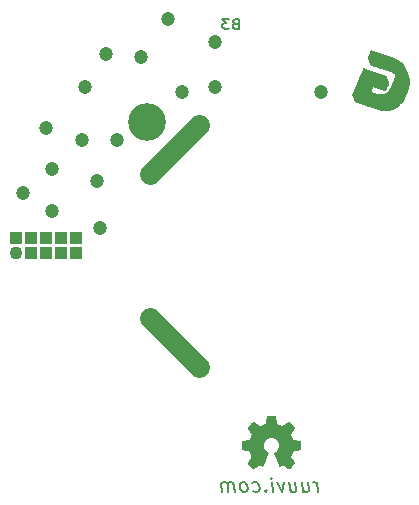
<source format=gbs>
G04 #@! TF.FileFunction,Soldermask,Bot*
%FSLAX46Y46*%
G04 Gerber Fmt 4.6, Leading zero omitted, Abs format (unit mm)*
G04 Created by KiCad (PCBNEW (2016-05-05 BZR 6775)-product) date 2016 June 06, Monday 00:12:01*
%MOMM*%
%LPD*%
G01*
G04 APERTURE LIST*
%ADD10C,0.020000*%
%ADD11C,0.150000*%
%ADD12C,0.200000*%
%ADD13C,0.010000*%
%ADD14C,3.200000*%
%ADD15C,1.200000*%
%ADD16C,1.100000*%
%ADD17R,1.000000X1.000000*%
%ADD18C,1.800000*%
G04 APERTURE END LIST*
D10*
D11*
X74224285Y-43942857D02*
X74095714Y-43980952D01*
X74052857Y-44019047D01*
X74010000Y-44095238D01*
X74010000Y-44209523D01*
X74052857Y-44285714D01*
X74095714Y-44323809D01*
X74181428Y-44361904D01*
X74524285Y-44361904D01*
X74524285Y-43561904D01*
X74224285Y-43561904D01*
X74138571Y-43600000D01*
X74095714Y-43638095D01*
X74052857Y-43714285D01*
X74052857Y-43790476D01*
X74095714Y-43866666D01*
X74138571Y-43904761D01*
X74224285Y-43942857D01*
X74524285Y-43942857D01*
X73710000Y-43561904D02*
X73152857Y-43561904D01*
X73452857Y-43866666D01*
X73324285Y-43866666D01*
X73238571Y-43904761D01*
X73195714Y-43942857D01*
X73152857Y-44019047D01*
X73152857Y-44209523D01*
X73195714Y-44285714D01*
X73238571Y-44323809D01*
X73324285Y-44361904D01*
X73581428Y-44361904D01*
X73667142Y-44323809D01*
X73710000Y-44285714D01*
D12*
X81255000Y-83562857D02*
X81155000Y-82762857D01*
X81183571Y-82991428D02*
X81112142Y-82877142D01*
X81047857Y-82820000D01*
X80926428Y-82762857D01*
X80812142Y-82762857D01*
X79897857Y-82762857D02*
X79997857Y-83562857D01*
X80412142Y-82762857D02*
X80490714Y-83391428D01*
X80447857Y-83505714D01*
X80340714Y-83562857D01*
X80169285Y-83562857D01*
X80047857Y-83505714D01*
X79983571Y-83448571D01*
X78812142Y-82762857D02*
X78912142Y-83562857D01*
X79326428Y-82762857D02*
X79405000Y-83391428D01*
X79362142Y-83505714D01*
X79255000Y-83562857D01*
X79083571Y-83562857D01*
X78962142Y-83505714D01*
X78897857Y-83448571D01*
X78355000Y-82762857D02*
X78169285Y-83562857D01*
X77783571Y-82762857D01*
X77426428Y-83562857D02*
X77326428Y-82762857D01*
X77276428Y-82362857D02*
X77340714Y-82420000D01*
X77290714Y-82477142D01*
X77226428Y-82420000D01*
X77276428Y-82362857D01*
X77290714Y-82477142D01*
X76840714Y-83448571D02*
X76790714Y-83505714D01*
X76855000Y-83562857D01*
X76905000Y-83505714D01*
X76840714Y-83448571D01*
X76855000Y-83562857D01*
X75762142Y-83505714D02*
X75883571Y-83562857D01*
X76112142Y-83562857D01*
X76219285Y-83505714D01*
X76269285Y-83448571D01*
X76312142Y-83334285D01*
X76269285Y-82991428D01*
X76197857Y-82877142D01*
X76133571Y-82820000D01*
X76012142Y-82762857D01*
X75783571Y-82762857D01*
X75676428Y-82820000D01*
X75083571Y-83562857D02*
X75190714Y-83505714D01*
X75240714Y-83448571D01*
X75283571Y-83334285D01*
X75240714Y-82991428D01*
X75169285Y-82877142D01*
X75105000Y-82820000D01*
X74983571Y-82762857D01*
X74812142Y-82762857D01*
X74705000Y-82820000D01*
X74655000Y-82877142D01*
X74612142Y-82991428D01*
X74655000Y-83334285D01*
X74726428Y-83448571D01*
X74790714Y-83505714D01*
X74912142Y-83562857D01*
X75083571Y-83562857D01*
X74169285Y-83562857D02*
X74069285Y-82762857D01*
X74083571Y-82877142D02*
X74019285Y-82820000D01*
X73897857Y-82762857D01*
X73726428Y-82762857D01*
X73619285Y-82820000D01*
X73576428Y-82934285D01*
X73655000Y-83562857D01*
X73576428Y-82934285D02*
X73505000Y-82820000D01*
X73383571Y-82762857D01*
X73212142Y-82762857D01*
X73105000Y-82820000D01*
X73062142Y-82934285D01*
X73140714Y-83562857D01*
D13*
G36*
X77183027Y-77158510D02*
X77121871Y-77158693D01*
X77068569Y-77158997D01*
X77023255Y-77159420D01*
X76986067Y-77159958D01*
X76957138Y-77160612D01*
X76936606Y-77161378D01*
X76924606Y-77162256D01*
X76921412Y-77162902D01*
X76914870Y-77169889D01*
X76909471Y-77181364D01*
X76908784Y-77183704D01*
X76907284Y-77190646D01*
X76904331Y-77205472D01*
X76900061Y-77227451D01*
X76894615Y-77255853D01*
X76888129Y-77289948D01*
X76880744Y-77329007D01*
X76872597Y-77372299D01*
X76863826Y-77419096D01*
X76854571Y-77468667D01*
X76847106Y-77508782D01*
X76836086Y-77568010D01*
X76826517Y-77619231D01*
X76818267Y-77663052D01*
X76811208Y-77700079D01*
X76805208Y-77730921D01*
X76800137Y-77756184D01*
X76795866Y-77776476D01*
X76792265Y-77792403D01*
X76789202Y-77804574D01*
X76786547Y-77813595D01*
X76784172Y-77820074D01*
X76781945Y-77824618D01*
X76779736Y-77827834D01*
X76778384Y-77829359D01*
X76769129Y-77836247D01*
X76753452Y-77844948D01*
X76733228Y-77854482D01*
X76718387Y-77860719D01*
X76703612Y-77866681D01*
X76681904Y-77875489D01*
X76654436Y-77886665D01*
X76622381Y-77899731D01*
X76586908Y-77914210D01*
X76549192Y-77929625D01*
X76510402Y-77945496D01*
X76496758Y-77951083D01*
X76454189Y-77968478D01*
X76418939Y-77982768D01*
X76390244Y-77994227D01*
X76367342Y-78003129D01*
X76349471Y-78009746D01*
X76335867Y-78014352D01*
X76325769Y-78017221D01*
X76318413Y-78018625D01*
X76313037Y-78018839D01*
X76309374Y-78018269D01*
X76303480Y-78015236D01*
X76290983Y-78007623D01*
X76272485Y-77995827D01*
X76248588Y-77980250D01*
X76219894Y-77961291D01*
X76187004Y-77939348D01*
X76150520Y-77914823D01*
X76111045Y-77888114D01*
X76069180Y-77859621D01*
X76028476Y-77831767D01*
X75974199Y-77794594D01*
X75926735Y-77762231D01*
X75885735Y-77734451D01*
X75850849Y-77711023D01*
X75821728Y-77691718D01*
X75798021Y-77676308D01*
X75779379Y-77664563D01*
X75765452Y-77656253D01*
X75755890Y-77651150D01*
X75750344Y-77649024D01*
X75749510Y-77648931D01*
X75746403Y-77649649D01*
X75741912Y-77652068D01*
X75735623Y-77656581D01*
X75727119Y-77663582D01*
X75715984Y-77673468D01*
X75701802Y-77686631D01*
X75684158Y-77703467D01*
X75662636Y-77724369D01*
X75636818Y-77749734D01*
X75606291Y-77779954D01*
X75570636Y-77815425D01*
X75529440Y-77856541D01*
X75507608Y-77878364D01*
X75464263Y-77921731D01*
X75426722Y-77959358D01*
X75394575Y-77991678D01*
X75367416Y-78019125D01*
X75344836Y-78042133D01*
X75326426Y-78061138D01*
X75311780Y-78076572D01*
X75300488Y-78088870D01*
X75292142Y-78098466D01*
X75286335Y-78105795D01*
X75282659Y-78111290D01*
X75280704Y-78115386D01*
X75280064Y-78118517D01*
X75280172Y-78120321D01*
X75282975Y-78126113D01*
X75290388Y-78138492D01*
X75302012Y-78156857D01*
X75317451Y-78180608D01*
X75336308Y-78209145D01*
X75358185Y-78241867D01*
X75382686Y-78278174D01*
X75409412Y-78317465D01*
X75437968Y-78359141D01*
X75443390Y-78367022D01*
X75479606Y-78419620D01*
X75511182Y-78465486D01*
X75538436Y-78505106D01*
X75561684Y-78538971D01*
X75581245Y-78567568D01*
X75597434Y-78591386D01*
X75610570Y-78610912D01*
X75620968Y-78626636D01*
X75628947Y-78639046D01*
X75634823Y-78648630D01*
X75638914Y-78655877D01*
X75641537Y-78661274D01*
X75643008Y-78665311D01*
X75643645Y-78668475D01*
X75643765Y-78671255D01*
X75643685Y-78674139D01*
X75643669Y-78675456D01*
X75641939Y-78682860D01*
X75637009Y-78697343D01*
X75629268Y-78717993D01*
X75619107Y-78743899D01*
X75606915Y-78774150D01*
X75593081Y-78807836D01*
X75577995Y-78844044D01*
X75562047Y-78881865D01*
X75545625Y-78920387D01*
X75529121Y-78958699D01*
X75512924Y-78995891D01*
X75497422Y-79031050D01*
X75483006Y-79063267D01*
X75470065Y-79091630D01*
X75458990Y-79115228D01*
X75450169Y-79133150D01*
X75443992Y-79144485D01*
X75441653Y-79147813D01*
X75437810Y-79151334D01*
X75432870Y-79154538D01*
X75425989Y-79157629D01*
X75416328Y-79160808D01*
X75403044Y-79164278D01*
X75385296Y-79168242D01*
X75362242Y-79172902D01*
X75333041Y-79178460D01*
X75296850Y-79185118D01*
X75255224Y-79192649D01*
X75240130Y-79195389D01*
X75218350Y-79199374D01*
X75191809Y-79204248D01*
X75162432Y-79209660D01*
X75132145Y-79215254D01*
X75126034Y-79216385D01*
X75092634Y-79222562D01*
X75053564Y-79229778D01*
X75011769Y-79237492D01*
X74970193Y-79245158D01*
X74931782Y-79252235D01*
X74922972Y-79253857D01*
X74886408Y-79260676D01*
X74857522Y-79266313D01*
X74835350Y-79271023D01*
X74818930Y-79275061D01*
X74807300Y-79278682D01*
X74799497Y-79282143D01*
X74794559Y-79285697D01*
X74792179Y-79288543D01*
X74791642Y-79293620D01*
X74791151Y-79306616D01*
X74790707Y-79326692D01*
X74790310Y-79353006D01*
X74789962Y-79384721D01*
X74789663Y-79420996D01*
X74789414Y-79460991D01*
X74789216Y-79503867D01*
X74789070Y-79548785D01*
X74788976Y-79594904D01*
X74788935Y-79641385D01*
X74788949Y-79687388D01*
X74789018Y-79732074D01*
X74789143Y-79774603D01*
X74789324Y-79814135D01*
X74789563Y-79849830D01*
X74789860Y-79880850D01*
X74790217Y-79906354D01*
X74790633Y-79925503D01*
X74791110Y-79937457D01*
X74791532Y-79941263D01*
X74797562Y-79949294D01*
X74801855Y-79952389D01*
X74807350Y-79953858D01*
X74820740Y-79956771D01*
X74841307Y-79960987D01*
X74868330Y-79966368D01*
X74901090Y-79972773D01*
X74938870Y-79980063D01*
X74980949Y-79988096D01*
X75026608Y-79996734D01*
X75075128Y-80005836D01*
X75105890Y-80011568D01*
X75155870Y-80020886D01*
X75203479Y-80029815D01*
X75247992Y-80038214D01*
X75288684Y-80045945D01*
X75324828Y-80052869D01*
X75355699Y-80058845D01*
X75380573Y-80063735D01*
X75398722Y-80067399D01*
X75409422Y-80069698D01*
X75411972Y-80070367D01*
X75422784Y-80076725D01*
X75428907Y-80082230D01*
X75431811Y-80087686D01*
X75437635Y-80100546D01*
X75446073Y-80120073D01*
X75456817Y-80145529D01*
X75469561Y-80176176D01*
X75483997Y-80211277D01*
X75499818Y-80250093D01*
X75516719Y-80291887D01*
X75533297Y-80333184D01*
X75554829Y-80387165D01*
X75573190Y-80433541D01*
X75588558Y-80472798D01*
X75601115Y-80505424D01*
X75611041Y-80531904D01*
X75618517Y-80552726D01*
X75623724Y-80568375D01*
X75626842Y-80579338D01*
X75628052Y-80586101D01*
X75627979Y-80588164D01*
X75624929Y-80594518D01*
X75617095Y-80607631D01*
X75604743Y-80627104D01*
X75588140Y-80652542D01*
X75567551Y-80683546D01*
X75543244Y-80719720D01*
X75515485Y-80760666D01*
X75484540Y-80805988D01*
X75450676Y-80855287D01*
X75414159Y-80908167D01*
X75387543Y-80946552D01*
X75361132Y-80984643D01*
X75339343Y-81016255D01*
X75321755Y-81042071D01*
X75307950Y-81062773D01*
X75297505Y-81079044D01*
X75290001Y-81091565D01*
X75285016Y-81101020D01*
X75282132Y-81108091D01*
X75280926Y-81113461D01*
X75280980Y-81117811D01*
X75281205Y-81119154D01*
X75283164Y-81123233D01*
X75288127Y-81130008D01*
X75296432Y-81139829D01*
X75308415Y-81153046D01*
X75324414Y-81170008D01*
X75344765Y-81191065D01*
X75369806Y-81216567D01*
X75399874Y-81246863D01*
X75435305Y-81282303D01*
X75476438Y-81323238D01*
X75510403Y-81356934D01*
X75547518Y-81393649D01*
X75582943Y-81428564D01*
X75616170Y-81461185D01*
X75646690Y-81491020D01*
X75673997Y-81517576D01*
X75697582Y-81540361D01*
X75716937Y-81558883D01*
X75731554Y-81572648D01*
X75740927Y-81581164D01*
X75744446Y-81583930D01*
X75753924Y-81583921D01*
X75761963Y-81581161D01*
X75767293Y-81577800D01*
X75779191Y-81569930D01*
X75797001Y-81557995D01*
X75820067Y-81542440D01*
X75847734Y-81523708D01*
X75879345Y-81502243D01*
X75914244Y-81478490D01*
X75951776Y-81452893D01*
X75991286Y-81425895D01*
X75993138Y-81424629D01*
X76033142Y-81397265D01*
X76071516Y-81371019D01*
X76107559Y-81346369D01*
X76140569Y-81323795D01*
X76169847Y-81303776D01*
X76194692Y-81286790D01*
X76214403Y-81273316D01*
X76228280Y-81263835D01*
X76235586Y-81258848D01*
X76245365Y-81252454D01*
X76254196Y-81247867D01*
X76263066Y-81245354D01*
X76272962Y-81245185D01*
X76284873Y-81247626D01*
X76299785Y-81252947D01*
X76318686Y-81261414D01*
X76342563Y-81273297D01*
X76372405Y-81288863D01*
X76399968Y-81303475D01*
X76428939Y-81318696D01*
X76455780Y-81332465D01*
X76479416Y-81344256D01*
X76498772Y-81353545D01*
X76512775Y-81359807D01*
X76520350Y-81362516D01*
X76520957Y-81362586D01*
X76527992Y-81361656D01*
X76533633Y-81357811D01*
X76539145Y-81349469D01*
X76545790Y-81335047D01*
X76548913Y-81327552D01*
X76553044Y-81317534D01*
X76560352Y-81299854D01*
X76570659Y-81274943D01*
X76583789Y-81243229D01*
X76599562Y-81205140D01*
X76617802Y-81161107D01*
X76638330Y-81111559D01*
X76660969Y-81056924D01*
X76685541Y-80997631D01*
X76711868Y-80934111D01*
X76739772Y-80866792D01*
X76769075Y-80796102D01*
X76799600Y-80722472D01*
X76801112Y-80718827D01*
X76829558Y-80650199D01*
X76854824Y-80589199D01*
X76877094Y-80535370D01*
X76896552Y-80488254D01*
X76913381Y-80447393D01*
X76927766Y-80412329D01*
X76939891Y-80382604D01*
X76949940Y-80357759D01*
X76958096Y-80337338D01*
X76964545Y-80320882D01*
X76969469Y-80307933D01*
X76973052Y-80298034D01*
X76975479Y-80290725D01*
X76976934Y-80285550D01*
X76977601Y-80282050D01*
X76977664Y-80279767D01*
X76977627Y-80279467D01*
X76975879Y-80274518D01*
X76971373Y-80268773D01*
X76963121Y-80261411D01*
X76950134Y-80251613D01*
X76931421Y-80238560D01*
X76914095Y-80226852D01*
X76853300Y-80183788D01*
X76800252Y-80141113D01*
X76754040Y-80097900D01*
X76713753Y-80053221D01*
X76678479Y-80006149D01*
X76647308Y-79955755D01*
X76646681Y-79954638D01*
X76613120Y-79885872D01*
X76587677Y-79814440D01*
X76570376Y-79741022D01*
X76561242Y-79666297D01*
X76560298Y-79590946D01*
X76567568Y-79515649D01*
X76583077Y-79441085D01*
X76606849Y-79367934D01*
X76624488Y-79326300D01*
X76639201Y-79297710D01*
X76658280Y-79265439D01*
X76679993Y-79232090D01*
X76702608Y-79200269D01*
X76724392Y-79172579D01*
X76734248Y-79161298D01*
X76791501Y-79104871D01*
X76853140Y-79055987D01*
X76919028Y-79014729D01*
X76989025Y-78981176D01*
X77062993Y-78955411D01*
X77105740Y-78944494D01*
X77121975Y-78941058D01*
X77136918Y-78938479D01*
X77152253Y-78936637D01*
X77169664Y-78935414D01*
X77190833Y-78934689D01*
X77217446Y-78934344D01*
X77250000Y-78934258D01*
X77283515Y-78934351D01*
X77309954Y-78934709D01*
X77330998Y-78935450D01*
X77348327Y-78936693D01*
X77363623Y-78938558D01*
X77378567Y-78941163D01*
X77393994Y-78944437D01*
X77469608Y-78965700D01*
X77541159Y-78994494D01*
X77608235Y-79030389D01*
X77670424Y-79072953D01*
X77727312Y-79121757D01*
X77778489Y-79176369D01*
X77823540Y-79236360D01*
X77862054Y-79301298D01*
X77893619Y-79370754D01*
X77917822Y-79444295D01*
X77931602Y-79505758D01*
X77935479Y-79534863D01*
X77937999Y-79569715D01*
X77939162Y-79607796D01*
X77938968Y-79646588D01*
X77937418Y-79683576D01*
X77934512Y-79716240D01*
X77931579Y-79735672D01*
X77919346Y-79788785D01*
X77902955Y-79842456D01*
X77883343Y-79894122D01*
X77861444Y-79941223D01*
X77847056Y-79967128D01*
X77813691Y-80017819D01*
X77776052Y-80065264D01*
X77733196Y-80110403D01*
X77684178Y-80154174D01*
X77628054Y-80197517D01*
X77585904Y-80226852D01*
X77562520Y-80242717D01*
X77545565Y-80254745D01*
X77534048Y-80263754D01*
X77526982Y-80270564D01*
X77523375Y-80275995D01*
X77522372Y-80279467D01*
X77522350Y-80281588D01*
X77522901Y-80284849D01*
X77524209Y-80289707D01*
X77526458Y-80296621D01*
X77529832Y-80306048D01*
X77534515Y-80318446D01*
X77540691Y-80334274D01*
X77548544Y-80353989D01*
X77558258Y-80378049D01*
X77570018Y-80406912D01*
X77584006Y-80441036D01*
X77600407Y-80480880D01*
X77619405Y-80526900D01*
X77641183Y-80579556D01*
X77665927Y-80639304D01*
X77693820Y-80706604D01*
X77698888Y-80718827D01*
X77729468Y-80792589D01*
X77758835Y-80863431D01*
X77786811Y-80930924D01*
X77813218Y-80994639D01*
X77837879Y-81054147D01*
X77860616Y-81109018D01*
X77881251Y-81158824D01*
X77899606Y-81203135D01*
X77915504Y-81241522D01*
X77928766Y-81273556D01*
X77939215Y-81298808D01*
X77946673Y-81316848D01*
X77950962Y-81327248D01*
X77951086Y-81327552D01*
X77958503Y-81344732D01*
X77964301Y-81355224D01*
X77969743Y-81360610D01*
X77976093Y-81362473D01*
X77979042Y-81362586D01*
X77985318Y-81360587D01*
X77998220Y-81354939D01*
X78016673Y-81346167D01*
X78039602Y-81334796D01*
X78065935Y-81321351D01*
X78094595Y-81306358D01*
X78100031Y-81303475D01*
X78135396Y-81284838D01*
X78163903Y-81270195D01*
X78186305Y-81259195D01*
X78203350Y-81251490D01*
X78215789Y-81246732D01*
X78224372Y-81244572D01*
X78227171Y-81244354D01*
X78238944Y-81246163D01*
X78252879Y-81252190D01*
X78270950Y-81263311D01*
X78273154Y-81264801D01*
X78282452Y-81271144D01*
X78298192Y-81281901D01*
X78319592Y-81296536D01*
X78345868Y-81314515D01*
X78376237Y-81335300D01*
X78409917Y-81358356D01*
X78446123Y-81383147D01*
X78484074Y-81409138D01*
X78504672Y-81423247D01*
X78552593Y-81456060D01*
X78593802Y-81484245D01*
X78628801Y-81508139D01*
X78658095Y-81528079D01*
X78682186Y-81544400D01*
X78701579Y-81557441D01*
X78716775Y-81567537D01*
X78728280Y-81575024D01*
X78736596Y-81580241D01*
X78742226Y-81583522D01*
X78745674Y-81585206D01*
X78747443Y-81585628D01*
X78747486Y-81585623D01*
X78753173Y-81583915D01*
X78757351Y-81582339D01*
X78762012Y-81578660D01*
X78772236Y-81569370D01*
X78787415Y-81555072D01*
X78806939Y-81536367D01*
X78830201Y-81513860D01*
X78856592Y-81488154D01*
X78885504Y-81459852D01*
X78916327Y-81429557D01*
X78948455Y-81397872D01*
X78981278Y-81365401D01*
X79014187Y-81332746D01*
X79046575Y-81300511D01*
X79077833Y-81269299D01*
X79107352Y-81239714D01*
X79134524Y-81212357D01*
X79158741Y-81187833D01*
X79179394Y-81166745D01*
X79195875Y-81149696D01*
X79207574Y-81137289D01*
X79213885Y-81130127D01*
X79214738Y-81128916D01*
X79218779Y-81117167D01*
X79219041Y-81106993D01*
X79215947Y-81100809D01*
X79208559Y-81088599D01*
X79197616Y-81071506D01*
X79183856Y-81050672D01*
X79168019Y-81027240D01*
X79158469Y-81013337D01*
X79137438Y-80982871D01*
X79113922Y-80948760D01*
X79089785Y-80913709D01*
X79066889Y-80880422D01*
X79047095Y-80851603D01*
X79046907Y-80851329D01*
X79027332Y-80822804D01*
X79004615Y-80789711D01*
X78980577Y-80754701D01*
X78957036Y-80720424D01*
X78935813Y-80689530D01*
X78934657Y-80687848D01*
X78917822Y-80662971D01*
X78902610Y-80639783D01*
X78889769Y-80619476D01*
X78880042Y-80603246D01*
X78874175Y-80592285D01*
X78872829Y-80588792D01*
X78872687Y-80584716D01*
X78873760Y-80578258D01*
X78876264Y-80568825D01*
X78880416Y-80555829D01*
X78886433Y-80538679D01*
X78894532Y-80516784D01*
X78904930Y-80489555D01*
X78917844Y-80456401D01*
X78933491Y-80416731D01*
X78952087Y-80369957D01*
X78966874Y-80332926D01*
X78984427Y-80289127D01*
X79001114Y-80247681D01*
X79016638Y-80209315D01*
X79030700Y-80174757D01*
X79043002Y-80144737D01*
X79053245Y-80119981D01*
X79061131Y-80101219D01*
X79066362Y-80089179D01*
X79068596Y-80084634D01*
X79074918Y-80078832D01*
X79084379Y-80073658D01*
X79098141Y-80068752D01*
X79117363Y-80063754D01*
X79143206Y-80058301D01*
X79168835Y-80053479D01*
X79222176Y-80043736D01*
X79275962Y-80033839D01*
X79329483Y-80023922D01*
X79382033Y-80014121D01*
X79432903Y-80004571D01*
X79481385Y-79995407D01*
X79526772Y-79986765D01*
X79568354Y-79978780D01*
X79605424Y-79971587D01*
X79637274Y-79965321D01*
X79663196Y-79960117D01*
X79682483Y-79956111D01*
X79694425Y-79953439D01*
X79698209Y-79952354D01*
X79706035Y-79945414D01*
X79708467Y-79941263D01*
X79708993Y-79935602D01*
X79709458Y-79922080D01*
X79709862Y-79901539D01*
X79710206Y-79874817D01*
X79710491Y-79842754D01*
X79710718Y-79806190D01*
X79710887Y-79765964D01*
X79711000Y-79722917D01*
X79711057Y-79677888D01*
X79711060Y-79631716D01*
X79711008Y-79585241D01*
X79710903Y-79539303D01*
X79710746Y-79494741D01*
X79710537Y-79452396D01*
X79710278Y-79413106D01*
X79709969Y-79377712D01*
X79709610Y-79347053D01*
X79709204Y-79321968D01*
X79708750Y-79303298D01*
X79708249Y-79291882D01*
X79707820Y-79288543D01*
X79704385Y-79284755D01*
X79698798Y-79281249D01*
X79690098Y-79277772D01*
X79677321Y-79274067D01*
X79659506Y-79269880D01*
X79635690Y-79264955D01*
X79604911Y-79259036D01*
X79577027Y-79253857D01*
X79539874Y-79247014D01*
X79498817Y-79239445D01*
X79456800Y-79231692D01*
X79416768Y-79224299D01*
X79381666Y-79217810D01*
X79373965Y-79216385D01*
X79343728Y-79210797D01*
X79314009Y-79205319D01*
X79286734Y-79200306D01*
X79263828Y-79196112D01*
X79247215Y-79193089D01*
X79244775Y-79192649D01*
X79201165Y-79184757D01*
X79165342Y-79178158D01*
X79136467Y-79172649D01*
X79113697Y-79168029D01*
X79096190Y-79164094D01*
X79083105Y-79160642D01*
X79073600Y-79157472D01*
X79066834Y-79154380D01*
X79061965Y-79151163D01*
X79058333Y-79147813D01*
X79053972Y-79141020D01*
X79046734Y-79127095D01*
X79037007Y-79106943D01*
X79025178Y-79081471D01*
X79011635Y-79051587D01*
X78996767Y-79018196D01*
X78980961Y-78982206D01*
X78964605Y-78944523D01*
X78948088Y-78906054D01*
X78931797Y-78867706D01*
X78916120Y-78830385D01*
X78901444Y-78794999D01*
X78888159Y-78762453D01*
X78876651Y-78733655D01*
X78867310Y-78709511D01*
X78860522Y-78690928D01*
X78856675Y-78678813D01*
X78855937Y-78674743D01*
X78855980Y-78671752D01*
X78856133Y-78668974D01*
X78856717Y-78665921D01*
X78858049Y-78662103D01*
X78860447Y-78657033D01*
X78864228Y-78650223D01*
X78869713Y-78641183D01*
X78877217Y-78629425D01*
X78887060Y-78614462D01*
X78899560Y-78595803D01*
X78915034Y-78572962D01*
X78933802Y-78545450D01*
X78956180Y-78512777D01*
X78982487Y-78474457D01*
X79013042Y-78429999D01*
X79048162Y-78378917D01*
X79056659Y-78366557D01*
X79084513Y-78325901D01*
X79110909Y-78287107D01*
X79135420Y-78250817D01*
X79157620Y-78217676D01*
X79177082Y-78188327D01*
X79193382Y-78163413D01*
X79206092Y-78143579D01*
X79214788Y-78129467D01*
X79219042Y-78121722D01*
X79219385Y-78120755D01*
X79219610Y-78118079D01*
X79218979Y-78114934D01*
X79217081Y-78110883D01*
X79213507Y-78105489D01*
X79207849Y-78098316D01*
X79199696Y-78088925D01*
X79188639Y-78076880D01*
X79174269Y-78061743D01*
X79156177Y-78043078D01*
X79133953Y-78020447D01*
X79107188Y-77993414D01*
X79075473Y-77961541D01*
X79038398Y-77924391D01*
X78995553Y-77881526D01*
X78992454Y-77878427D01*
X78948751Y-77834756D01*
X78910786Y-77796903D01*
X78878131Y-77764464D01*
X78850361Y-77737037D01*
X78827048Y-77714216D01*
X78807765Y-77695599D01*
X78792086Y-77680782D01*
X78779584Y-77669361D01*
X78769831Y-77660934D01*
X78762401Y-77655095D01*
X78756867Y-77651442D01*
X78752802Y-77649572D01*
X78749867Y-77649078D01*
X78745497Y-77650308D01*
X78737727Y-77654108D01*
X78726165Y-77660731D01*
X78710425Y-77670433D01*
X78690115Y-77683469D01*
X78664847Y-77700094D01*
X78634232Y-77720565D01*
X78597881Y-77745135D01*
X78555405Y-77774060D01*
X78506413Y-77807595D01*
X78469638Y-77832848D01*
X78426083Y-77862701D01*
X78384382Y-77891117D01*
X78345132Y-77917700D01*
X78308930Y-77942054D01*
X78276373Y-77963781D01*
X78248058Y-77982485D01*
X78224582Y-77997770D01*
X78206541Y-78009238D01*
X78194534Y-78016494D01*
X78189251Y-78019125D01*
X78184434Y-78019197D01*
X78176848Y-78017779D01*
X78165807Y-78014619D01*
X78150624Y-78009465D01*
X78130612Y-78002067D01*
X78105083Y-77992173D01*
X78073350Y-77979530D01*
X78034727Y-77963888D01*
X78003130Y-77950981D01*
X77964253Y-77935069D01*
X77926036Y-77919448D01*
X77889652Y-77904595D01*
X77856275Y-77890987D01*
X77827075Y-77879103D01*
X77803225Y-77869420D01*
X77785899Y-77862417D01*
X77781612Y-77860695D01*
X77759376Y-77851139D01*
X77740494Y-77841781D01*
X77726833Y-77833598D01*
X77721637Y-77829370D01*
X77719024Y-77826222D01*
X77716534Y-77821998D01*
X77714005Y-77815978D01*
X77711276Y-77807443D01*
X77708186Y-77795672D01*
X77704572Y-77779946D01*
X77700274Y-77759544D01*
X77695129Y-77733746D01*
X77688978Y-77701833D01*
X77681657Y-77663083D01*
X77673005Y-77616778D01*
X77668396Y-77592000D01*
X77660207Y-77547962D01*
X77652381Y-77505928D01*
X77645087Y-77466802D01*
X77638494Y-77431486D01*
X77632770Y-77400882D01*
X77628084Y-77375895D01*
X77624605Y-77357426D01*
X77622502Y-77346380D01*
X77622149Y-77344569D01*
X77619079Y-77328801D01*
X77615261Y-77308847D01*
X77611673Y-77289827D01*
X77607899Y-77269676D01*
X77603342Y-77245386D01*
X77598842Y-77221428D01*
X77597761Y-77215677D01*
X77592739Y-77192973D01*
X77587448Y-77176199D01*
X77582323Y-77166717D01*
X77582031Y-77166410D01*
X77580176Y-77164905D01*
X77577431Y-77163602D01*
X77573196Y-77162486D01*
X77566866Y-77161544D01*
X77557839Y-77160760D01*
X77545513Y-77160121D01*
X77529285Y-77159611D01*
X77508553Y-77159216D01*
X77482714Y-77158921D01*
X77451166Y-77158713D01*
X77413305Y-77158576D01*
X77368530Y-77158496D01*
X77316238Y-77158458D01*
X77255827Y-77158448D01*
X77251901Y-77158448D01*
X77183027Y-77158510D01*
X77183027Y-77158510D01*
G37*
X77183027Y-77158510D02*
X77121871Y-77158693D01*
X77068569Y-77158997D01*
X77023255Y-77159420D01*
X76986067Y-77159958D01*
X76957138Y-77160612D01*
X76936606Y-77161378D01*
X76924606Y-77162256D01*
X76921412Y-77162902D01*
X76914870Y-77169889D01*
X76909471Y-77181364D01*
X76908784Y-77183704D01*
X76907284Y-77190646D01*
X76904331Y-77205472D01*
X76900061Y-77227451D01*
X76894615Y-77255853D01*
X76888129Y-77289948D01*
X76880744Y-77329007D01*
X76872597Y-77372299D01*
X76863826Y-77419096D01*
X76854571Y-77468667D01*
X76847106Y-77508782D01*
X76836086Y-77568010D01*
X76826517Y-77619231D01*
X76818267Y-77663052D01*
X76811208Y-77700079D01*
X76805208Y-77730921D01*
X76800137Y-77756184D01*
X76795866Y-77776476D01*
X76792265Y-77792403D01*
X76789202Y-77804574D01*
X76786547Y-77813595D01*
X76784172Y-77820074D01*
X76781945Y-77824618D01*
X76779736Y-77827834D01*
X76778384Y-77829359D01*
X76769129Y-77836247D01*
X76753452Y-77844948D01*
X76733228Y-77854482D01*
X76718387Y-77860719D01*
X76703612Y-77866681D01*
X76681904Y-77875489D01*
X76654436Y-77886665D01*
X76622381Y-77899731D01*
X76586908Y-77914210D01*
X76549192Y-77929625D01*
X76510402Y-77945496D01*
X76496758Y-77951083D01*
X76454189Y-77968478D01*
X76418939Y-77982768D01*
X76390244Y-77994227D01*
X76367342Y-78003129D01*
X76349471Y-78009746D01*
X76335867Y-78014352D01*
X76325769Y-78017221D01*
X76318413Y-78018625D01*
X76313037Y-78018839D01*
X76309374Y-78018269D01*
X76303480Y-78015236D01*
X76290983Y-78007623D01*
X76272485Y-77995827D01*
X76248588Y-77980250D01*
X76219894Y-77961291D01*
X76187004Y-77939348D01*
X76150520Y-77914823D01*
X76111045Y-77888114D01*
X76069180Y-77859621D01*
X76028476Y-77831767D01*
X75974199Y-77794594D01*
X75926735Y-77762231D01*
X75885735Y-77734451D01*
X75850849Y-77711023D01*
X75821728Y-77691718D01*
X75798021Y-77676308D01*
X75779379Y-77664563D01*
X75765452Y-77656253D01*
X75755890Y-77651150D01*
X75750344Y-77649024D01*
X75749510Y-77648931D01*
X75746403Y-77649649D01*
X75741912Y-77652068D01*
X75735623Y-77656581D01*
X75727119Y-77663582D01*
X75715984Y-77673468D01*
X75701802Y-77686631D01*
X75684158Y-77703467D01*
X75662636Y-77724369D01*
X75636818Y-77749734D01*
X75606291Y-77779954D01*
X75570636Y-77815425D01*
X75529440Y-77856541D01*
X75507608Y-77878364D01*
X75464263Y-77921731D01*
X75426722Y-77959358D01*
X75394575Y-77991678D01*
X75367416Y-78019125D01*
X75344836Y-78042133D01*
X75326426Y-78061138D01*
X75311780Y-78076572D01*
X75300488Y-78088870D01*
X75292142Y-78098466D01*
X75286335Y-78105795D01*
X75282659Y-78111290D01*
X75280704Y-78115386D01*
X75280064Y-78118517D01*
X75280172Y-78120321D01*
X75282975Y-78126113D01*
X75290388Y-78138492D01*
X75302012Y-78156857D01*
X75317451Y-78180608D01*
X75336308Y-78209145D01*
X75358185Y-78241867D01*
X75382686Y-78278174D01*
X75409412Y-78317465D01*
X75437968Y-78359141D01*
X75443390Y-78367022D01*
X75479606Y-78419620D01*
X75511182Y-78465486D01*
X75538436Y-78505106D01*
X75561684Y-78538971D01*
X75581245Y-78567568D01*
X75597434Y-78591386D01*
X75610570Y-78610912D01*
X75620968Y-78626636D01*
X75628947Y-78639046D01*
X75634823Y-78648630D01*
X75638914Y-78655877D01*
X75641537Y-78661274D01*
X75643008Y-78665311D01*
X75643645Y-78668475D01*
X75643765Y-78671255D01*
X75643685Y-78674139D01*
X75643669Y-78675456D01*
X75641939Y-78682860D01*
X75637009Y-78697343D01*
X75629268Y-78717993D01*
X75619107Y-78743899D01*
X75606915Y-78774150D01*
X75593081Y-78807836D01*
X75577995Y-78844044D01*
X75562047Y-78881865D01*
X75545625Y-78920387D01*
X75529121Y-78958699D01*
X75512924Y-78995891D01*
X75497422Y-79031050D01*
X75483006Y-79063267D01*
X75470065Y-79091630D01*
X75458990Y-79115228D01*
X75450169Y-79133150D01*
X75443992Y-79144485D01*
X75441653Y-79147813D01*
X75437810Y-79151334D01*
X75432870Y-79154538D01*
X75425989Y-79157629D01*
X75416328Y-79160808D01*
X75403044Y-79164278D01*
X75385296Y-79168242D01*
X75362242Y-79172902D01*
X75333041Y-79178460D01*
X75296850Y-79185118D01*
X75255224Y-79192649D01*
X75240130Y-79195389D01*
X75218350Y-79199374D01*
X75191809Y-79204248D01*
X75162432Y-79209660D01*
X75132145Y-79215254D01*
X75126034Y-79216385D01*
X75092634Y-79222562D01*
X75053564Y-79229778D01*
X75011769Y-79237492D01*
X74970193Y-79245158D01*
X74931782Y-79252235D01*
X74922972Y-79253857D01*
X74886408Y-79260676D01*
X74857522Y-79266313D01*
X74835350Y-79271023D01*
X74818930Y-79275061D01*
X74807300Y-79278682D01*
X74799497Y-79282143D01*
X74794559Y-79285697D01*
X74792179Y-79288543D01*
X74791642Y-79293620D01*
X74791151Y-79306616D01*
X74790707Y-79326692D01*
X74790310Y-79353006D01*
X74789962Y-79384721D01*
X74789663Y-79420996D01*
X74789414Y-79460991D01*
X74789216Y-79503867D01*
X74789070Y-79548785D01*
X74788976Y-79594904D01*
X74788935Y-79641385D01*
X74788949Y-79687388D01*
X74789018Y-79732074D01*
X74789143Y-79774603D01*
X74789324Y-79814135D01*
X74789563Y-79849830D01*
X74789860Y-79880850D01*
X74790217Y-79906354D01*
X74790633Y-79925503D01*
X74791110Y-79937457D01*
X74791532Y-79941263D01*
X74797562Y-79949294D01*
X74801855Y-79952389D01*
X74807350Y-79953858D01*
X74820740Y-79956771D01*
X74841307Y-79960987D01*
X74868330Y-79966368D01*
X74901090Y-79972773D01*
X74938870Y-79980063D01*
X74980949Y-79988096D01*
X75026608Y-79996734D01*
X75075128Y-80005836D01*
X75105890Y-80011568D01*
X75155870Y-80020886D01*
X75203479Y-80029815D01*
X75247992Y-80038214D01*
X75288684Y-80045945D01*
X75324828Y-80052869D01*
X75355699Y-80058845D01*
X75380573Y-80063735D01*
X75398722Y-80067399D01*
X75409422Y-80069698D01*
X75411972Y-80070367D01*
X75422784Y-80076725D01*
X75428907Y-80082230D01*
X75431811Y-80087686D01*
X75437635Y-80100546D01*
X75446073Y-80120073D01*
X75456817Y-80145529D01*
X75469561Y-80176176D01*
X75483997Y-80211277D01*
X75499818Y-80250093D01*
X75516719Y-80291887D01*
X75533297Y-80333184D01*
X75554829Y-80387165D01*
X75573190Y-80433541D01*
X75588558Y-80472798D01*
X75601115Y-80505424D01*
X75611041Y-80531904D01*
X75618517Y-80552726D01*
X75623724Y-80568375D01*
X75626842Y-80579338D01*
X75628052Y-80586101D01*
X75627979Y-80588164D01*
X75624929Y-80594518D01*
X75617095Y-80607631D01*
X75604743Y-80627104D01*
X75588140Y-80652542D01*
X75567551Y-80683546D01*
X75543244Y-80719720D01*
X75515485Y-80760666D01*
X75484540Y-80805988D01*
X75450676Y-80855287D01*
X75414159Y-80908167D01*
X75387543Y-80946552D01*
X75361132Y-80984643D01*
X75339343Y-81016255D01*
X75321755Y-81042071D01*
X75307950Y-81062773D01*
X75297505Y-81079044D01*
X75290001Y-81091565D01*
X75285016Y-81101020D01*
X75282132Y-81108091D01*
X75280926Y-81113461D01*
X75280980Y-81117811D01*
X75281205Y-81119154D01*
X75283164Y-81123233D01*
X75288127Y-81130008D01*
X75296432Y-81139829D01*
X75308415Y-81153046D01*
X75324414Y-81170008D01*
X75344765Y-81191065D01*
X75369806Y-81216567D01*
X75399874Y-81246863D01*
X75435305Y-81282303D01*
X75476438Y-81323238D01*
X75510403Y-81356934D01*
X75547518Y-81393649D01*
X75582943Y-81428564D01*
X75616170Y-81461185D01*
X75646690Y-81491020D01*
X75673997Y-81517576D01*
X75697582Y-81540361D01*
X75716937Y-81558883D01*
X75731554Y-81572648D01*
X75740927Y-81581164D01*
X75744446Y-81583930D01*
X75753924Y-81583921D01*
X75761963Y-81581161D01*
X75767293Y-81577800D01*
X75779191Y-81569930D01*
X75797001Y-81557995D01*
X75820067Y-81542440D01*
X75847734Y-81523708D01*
X75879345Y-81502243D01*
X75914244Y-81478490D01*
X75951776Y-81452893D01*
X75991286Y-81425895D01*
X75993138Y-81424629D01*
X76033142Y-81397265D01*
X76071516Y-81371019D01*
X76107559Y-81346369D01*
X76140569Y-81323795D01*
X76169847Y-81303776D01*
X76194692Y-81286790D01*
X76214403Y-81273316D01*
X76228280Y-81263835D01*
X76235586Y-81258848D01*
X76245365Y-81252454D01*
X76254196Y-81247867D01*
X76263066Y-81245354D01*
X76272962Y-81245185D01*
X76284873Y-81247626D01*
X76299785Y-81252947D01*
X76318686Y-81261414D01*
X76342563Y-81273297D01*
X76372405Y-81288863D01*
X76399968Y-81303475D01*
X76428939Y-81318696D01*
X76455780Y-81332465D01*
X76479416Y-81344256D01*
X76498772Y-81353545D01*
X76512775Y-81359807D01*
X76520350Y-81362516D01*
X76520957Y-81362586D01*
X76527992Y-81361656D01*
X76533633Y-81357811D01*
X76539145Y-81349469D01*
X76545790Y-81335047D01*
X76548913Y-81327552D01*
X76553044Y-81317534D01*
X76560352Y-81299854D01*
X76570659Y-81274943D01*
X76583789Y-81243229D01*
X76599562Y-81205140D01*
X76617802Y-81161107D01*
X76638330Y-81111559D01*
X76660969Y-81056924D01*
X76685541Y-80997631D01*
X76711868Y-80934111D01*
X76739772Y-80866792D01*
X76769075Y-80796102D01*
X76799600Y-80722472D01*
X76801112Y-80718827D01*
X76829558Y-80650199D01*
X76854824Y-80589199D01*
X76877094Y-80535370D01*
X76896552Y-80488254D01*
X76913381Y-80447393D01*
X76927766Y-80412329D01*
X76939891Y-80382604D01*
X76949940Y-80357759D01*
X76958096Y-80337338D01*
X76964545Y-80320882D01*
X76969469Y-80307933D01*
X76973052Y-80298034D01*
X76975479Y-80290725D01*
X76976934Y-80285550D01*
X76977601Y-80282050D01*
X76977664Y-80279767D01*
X76977627Y-80279467D01*
X76975879Y-80274518D01*
X76971373Y-80268773D01*
X76963121Y-80261411D01*
X76950134Y-80251613D01*
X76931421Y-80238560D01*
X76914095Y-80226852D01*
X76853300Y-80183788D01*
X76800252Y-80141113D01*
X76754040Y-80097900D01*
X76713753Y-80053221D01*
X76678479Y-80006149D01*
X76647308Y-79955755D01*
X76646681Y-79954638D01*
X76613120Y-79885872D01*
X76587677Y-79814440D01*
X76570376Y-79741022D01*
X76561242Y-79666297D01*
X76560298Y-79590946D01*
X76567568Y-79515649D01*
X76583077Y-79441085D01*
X76606849Y-79367934D01*
X76624488Y-79326300D01*
X76639201Y-79297710D01*
X76658280Y-79265439D01*
X76679993Y-79232090D01*
X76702608Y-79200269D01*
X76724392Y-79172579D01*
X76734248Y-79161298D01*
X76791501Y-79104871D01*
X76853140Y-79055987D01*
X76919028Y-79014729D01*
X76989025Y-78981176D01*
X77062993Y-78955411D01*
X77105740Y-78944494D01*
X77121975Y-78941058D01*
X77136918Y-78938479D01*
X77152253Y-78936637D01*
X77169664Y-78935414D01*
X77190833Y-78934689D01*
X77217446Y-78934344D01*
X77250000Y-78934258D01*
X77283515Y-78934351D01*
X77309954Y-78934709D01*
X77330998Y-78935450D01*
X77348327Y-78936693D01*
X77363623Y-78938558D01*
X77378567Y-78941163D01*
X77393994Y-78944437D01*
X77469608Y-78965700D01*
X77541159Y-78994494D01*
X77608235Y-79030389D01*
X77670424Y-79072953D01*
X77727312Y-79121757D01*
X77778489Y-79176369D01*
X77823540Y-79236360D01*
X77862054Y-79301298D01*
X77893619Y-79370754D01*
X77917822Y-79444295D01*
X77931602Y-79505758D01*
X77935479Y-79534863D01*
X77937999Y-79569715D01*
X77939162Y-79607796D01*
X77938968Y-79646588D01*
X77937418Y-79683576D01*
X77934512Y-79716240D01*
X77931579Y-79735672D01*
X77919346Y-79788785D01*
X77902955Y-79842456D01*
X77883343Y-79894122D01*
X77861444Y-79941223D01*
X77847056Y-79967128D01*
X77813691Y-80017819D01*
X77776052Y-80065264D01*
X77733196Y-80110403D01*
X77684178Y-80154174D01*
X77628054Y-80197517D01*
X77585904Y-80226852D01*
X77562520Y-80242717D01*
X77545565Y-80254745D01*
X77534048Y-80263754D01*
X77526982Y-80270564D01*
X77523375Y-80275995D01*
X77522372Y-80279467D01*
X77522350Y-80281588D01*
X77522901Y-80284849D01*
X77524209Y-80289707D01*
X77526458Y-80296621D01*
X77529832Y-80306048D01*
X77534515Y-80318446D01*
X77540691Y-80334274D01*
X77548544Y-80353989D01*
X77558258Y-80378049D01*
X77570018Y-80406912D01*
X77584006Y-80441036D01*
X77600407Y-80480880D01*
X77619405Y-80526900D01*
X77641183Y-80579556D01*
X77665927Y-80639304D01*
X77693820Y-80706604D01*
X77698888Y-80718827D01*
X77729468Y-80792589D01*
X77758835Y-80863431D01*
X77786811Y-80930924D01*
X77813218Y-80994639D01*
X77837879Y-81054147D01*
X77860616Y-81109018D01*
X77881251Y-81158824D01*
X77899606Y-81203135D01*
X77915504Y-81241522D01*
X77928766Y-81273556D01*
X77939215Y-81298808D01*
X77946673Y-81316848D01*
X77950962Y-81327248D01*
X77951086Y-81327552D01*
X77958503Y-81344732D01*
X77964301Y-81355224D01*
X77969743Y-81360610D01*
X77976093Y-81362473D01*
X77979042Y-81362586D01*
X77985318Y-81360587D01*
X77998220Y-81354939D01*
X78016673Y-81346167D01*
X78039602Y-81334796D01*
X78065935Y-81321351D01*
X78094595Y-81306358D01*
X78100031Y-81303475D01*
X78135396Y-81284838D01*
X78163903Y-81270195D01*
X78186305Y-81259195D01*
X78203350Y-81251490D01*
X78215789Y-81246732D01*
X78224372Y-81244572D01*
X78227171Y-81244354D01*
X78238944Y-81246163D01*
X78252879Y-81252190D01*
X78270950Y-81263311D01*
X78273154Y-81264801D01*
X78282452Y-81271144D01*
X78298192Y-81281901D01*
X78319592Y-81296536D01*
X78345868Y-81314515D01*
X78376237Y-81335300D01*
X78409917Y-81358356D01*
X78446123Y-81383147D01*
X78484074Y-81409138D01*
X78504672Y-81423247D01*
X78552593Y-81456060D01*
X78593802Y-81484245D01*
X78628801Y-81508139D01*
X78658095Y-81528079D01*
X78682186Y-81544400D01*
X78701579Y-81557441D01*
X78716775Y-81567537D01*
X78728280Y-81575024D01*
X78736596Y-81580241D01*
X78742226Y-81583522D01*
X78745674Y-81585206D01*
X78747443Y-81585628D01*
X78747486Y-81585623D01*
X78753173Y-81583915D01*
X78757351Y-81582339D01*
X78762012Y-81578660D01*
X78772236Y-81569370D01*
X78787415Y-81555072D01*
X78806939Y-81536367D01*
X78830201Y-81513860D01*
X78856592Y-81488154D01*
X78885504Y-81459852D01*
X78916327Y-81429557D01*
X78948455Y-81397872D01*
X78981278Y-81365401D01*
X79014187Y-81332746D01*
X79046575Y-81300511D01*
X79077833Y-81269299D01*
X79107352Y-81239714D01*
X79134524Y-81212357D01*
X79158741Y-81187833D01*
X79179394Y-81166745D01*
X79195875Y-81149696D01*
X79207574Y-81137289D01*
X79213885Y-81130127D01*
X79214738Y-81128916D01*
X79218779Y-81117167D01*
X79219041Y-81106993D01*
X79215947Y-81100809D01*
X79208559Y-81088599D01*
X79197616Y-81071506D01*
X79183856Y-81050672D01*
X79168019Y-81027240D01*
X79158469Y-81013337D01*
X79137438Y-80982871D01*
X79113922Y-80948760D01*
X79089785Y-80913709D01*
X79066889Y-80880422D01*
X79047095Y-80851603D01*
X79046907Y-80851329D01*
X79027332Y-80822804D01*
X79004615Y-80789711D01*
X78980577Y-80754701D01*
X78957036Y-80720424D01*
X78935813Y-80689530D01*
X78934657Y-80687848D01*
X78917822Y-80662971D01*
X78902610Y-80639783D01*
X78889769Y-80619476D01*
X78880042Y-80603246D01*
X78874175Y-80592285D01*
X78872829Y-80588792D01*
X78872687Y-80584716D01*
X78873760Y-80578258D01*
X78876264Y-80568825D01*
X78880416Y-80555829D01*
X78886433Y-80538679D01*
X78894532Y-80516784D01*
X78904930Y-80489555D01*
X78917844Y-80456401D01*
X78933491Y-80416731D01*
X78952087Y-80369957D01*
X78966874Y-80332926D01*
X78984427Y-80289127D01*
X79001114Y-80247681D01*
X79016638Y-80209315D01*
X79030700Y-80174757D01*
X79043002Y-80144737D01*
X79053245Y-80119981D01*
X79061131Y-80101219D01*
X79066362Y-80089179D01*
X79068596Y-80084634D01*
X79074918Y-80078832D01*
X79084379Y-80073658D01*
X79098141Y-80068752D01*
X79117363Y-80063754D01*
X79143206Y-80058301D01*
X79168835Y-80053479D01*
X79222176Y-80043736D01*
X79275962Y-80033839D01*
X79329483Y-80023922D01*
X79382033Y-80014121D01*
X79432903Y-80004571D01*
X79481385Y-79995407D01*
X79526772Y-79986765D01*
X79568354Y-79978780D01*
X79605424Y-79971587D01*
X79637274Y-79965321D01*
X79663196Y-79960117D01*
X79682483Y-79956111D01*
X79694425Y-79953439D01*
X79698209Y-79952354D01*
X79706035Y-79945414D01*
X79708467Y-79941263D01*
X79708993Y-79935602D01*
X79709458Y-79922080D01*
X79709862Y-79901539D01*
X79710206Y-79874817D01*
X79710491Y-79842754D01*
X79710718Y-79806190D01*
X79710887Y-79765964D01*
X79711000Y-79722917D01*
X79711057Y-79677888D01*
X79711060Y-79631716D01*
X79711008Y-79585241D01*
X79710903Y-79539303D01*
X79710746Y-79494741D01*
X79710537Y-79452396D01*
X79710278Y-79413106D01*
X79709969Y-79377712D01*
X79709610Y-79347053D01*
X79709204Y-79321968D01*
X79708750Y-79303298D01*
X79708249Y-79291882D01*
X79707820Y-79288543D01*
X79704385Y-79284755D01*
X79698798Y-79281249D01*
X79690098Y-79277772D01*
X79677321Y-79274067D01*
X79659506Y-79269880D01*
X79635690Y-79264955D01*
X79604911Y-79259036D01*
X79577027Y-79253857D01*
X79539874Y-79247014D01*
X79498817Y-79239445D01*
X79456800Y-79231692D01*
X79416768Y-79224299D01*
X79381666Y-79217810D01*
X79373965Y-79216385D01*
X79343728Y-79210797D01*
X79314009Y-79205319D01*
X79286734Y-79200306D01*
X79263828Y-79196112D01*
X79247215Y-79193089D01*
X79244775Y-79192649D01*
X79201165Y-79184757D01*
X79165342Y-79178158D01*
X79136467Y-79172649D01*
X79113697Y-79168029D01*
X79096190Y-79164094D01*
X79083105Y-79160642D01*
X79073600Y-79157472D01*
X79066834Y-79154380D01*
X79061965Y-79151163D01*
X79058333Y-79147813D01*
X79053972Y-79141020D01*
X79046734Y-79127095D01*
X79037007Y-79106943D01*
X79025178Y-79081471D01*
X79011635Y-79051587D01*
X78996767Y-79018196D01*
X78980961Y-78982206D01*
X78964605Y-78944523D01*
X78948088Y-78906054D01*
X78931797Y-78867706D01*
X78916120Y-78830385D01*
X78901444Y-78794999D01*
X78888159Y-78762453D01*
X78876651Y-78733655D01*
X78867310Y-78709511D01*
X78860522Y-78690928D01*
X78856675Y-78678813D01*
X78855937Y-78674743D01*
X78855980Y-78671752D01*
X78856133Y-78668974D01*
X78856717Y-78665921D01*
X78858049Y-78662103D01*
X78860447Y-78657033D01*
X78864228Y-78650223D01*
X78869713Y-78641183D01*
X78877217Y-78629425D01*
X78887060Y-78614462D01*
X78899560Y-78595803D01*
X78915034Y-78572962D01*
X78933802Y-78545450D01*
X78956180Y-78512777D01*
X78982487Y-78474457D01*
X79013042Y-78429999D01*
X79048162Y-78378917D01*
X79056659Y-78366557D01*
X79084513Y-78325901D01*
X79110909Y-78287107D01*
X79135420Y-78250817D01*
X79157620Y-78217676D01*
X79177082Y-78188327D01*
X79193382Y-78163413D01*
X79206092Y-78143579D01*
X79214788Y-78129467D01*
X79219042Y-78121722D01*
X79219385Y-78120755D01*
X79219610Y-78118079D01*
X79218979Y-78114934D01*
X79217081Y-78110883D01*
X79213507Y-78105489D01*
X79207849Y-78098316D01*
X79199696Y-78088925D01*
X79188639Y-78076880D01*
X79174269Y-78061743D01*
X79156177Y-78043078D01*
X79133953Y-78020447D01*
X79107188Y-77993414D01*
X79075473Y-77961541D01*
X79038398Y-77924391D01*
X78995553Y-77881526D01*
X78992454Y-77878427D01*
X78948751Y-77834756D01*
X78910786Y-77796903D01*
X78878131Y-77764464D01*
X78850361Y-77737037D01*
X78827048Y-77714216D01*
X78807765Y-77695599D01*
X78792086Y-77680782D01*
X78779584Y-77669361D01*
X78769831Y-77660934D01*
X78762401Y-77655095D01*
X78756867Y-77651442D01*
X78752802Y-77649572D01*
X78749867Y-77649078D01*
X78745497Y-77650308D01*
X78737727Y-77654108D01*
X78726165Y-77660731D01*
X78710425Y-77670433D01*
X78690115Y-77683469D01*
X78664847Y-77700094D01*
X78634232Y-77720565D01*
X78597881Y-77745135D01*
X78555405Y-77774060D01*
X78506413Y-77807595D01*
X78469638Y-77832848D01*
X78426083Y-77862701D01*
X78384382Y-77891117D01*
X78345132Y-77917700D01*
X78308930Y-77942054D01*
X78276373Y-77963781D01*
X78248058Y-77982485D01*
X78224582Y-77997770D01*
X78206541Y-78009238D01*
X78194534Y-78016494D01*
X78189251Y-78019125D01*
X78184434Y-78019197D01*
X78176848Y-78017779D01*
X78165807Y-78014619D01*
X78150624Y-78009465D01*
X78130612Y-78002067D01*
X78105083Y-77992173D01*
X78073350Y-77979530D01*
X78034727Y-77963888D01*
X78003130Y-77950981D01*
X77964253Y-77935069D01*
X77926036Y-77919448D01*
X77889652Y-77904595D01*
X77856275Y-77890987D01*
X77827075Y-77879103D01*
X77803225Y-77869420D01*
X77785899Y-77862417D01*
X77781612Y-77860695D01*
X77759376Y-77851139D01*
X77740494Y-77841781D01*
X77726833Y-77833598D01*
X77721637Y-77829370D01*
X77719024Y-77826222D01*
X77716534Y-77821998D01*
X77714005Y-77815978D01*
X77711276Y-77807443D01*
X77708186Y-77795672D01*
X77704572Y-77779946D01*
X77700274Y-77759544D01*
X77695129Y-77733746D01*
X77688978Y-77701833D01*
X77681657Y-77663083D01*
X77673005Y-77616778D01*
X77668396Y-77592000D01*
X77660207Y-77547962D01*
X77652381Y-77505928D01*
X77645087Y-77466802D01*
X77638494Y-77431486D01*
X77632770Y-77400882D01*
X77628084Y-77375895D01*
X77624605Y-77357426D01*
X77622502Y-77346380D01*
X77622149Y-77344569D01*
X77619079Y-77328801D01*
X77615261Y-77308847D01*
X77611673Y-77289827D01*
X77607899Y-77269676D01*
X77603342Y-77245386D01*
X77598842Y-77221428D01*
X77597761Y-77215677D01*
X77592739Y-77192973D01*
X77587448Y-77176199D01*
X77582323Y-77166717D01*
X77582031Y-77166410D01*
X77580176Y-77164905D01*
X77577431Y-77163602D01*
X77573196Y-77162486D01*
X77566866Y-77161544D01*
X77557839Y-77160760D01*
X77545513Y-77160121D01*
X77529285Y-77159611D01*
X77508553Y-77159216D01*
X77482714Y-77158921D01*
X77451166Y-77158713D01*
X77413305Y-77158576D01*
X77368530Y-77158496D01*
X77316238Y-77158458D01*
X77255827Y-77158448D01*
X77251901Y-77158448D01*
X77183027Y-77158510D01*
G36*
X85712976Y-46180989D02*
X85708539Y-46189080D01*
X85699010Y-46209899D01*
X85683496Y-46245512D01*
X85661107Y-46297982D01*
X85630950Y-46369376D01*
X85606322Y-46427952D01*
X85587674Y-46472075D01*
X85569442Y-46514764D01*
X85562535Y-46530762D01*
X85533688Y-46598588D01*
X85506855Y-46664304D01*
X85483635Y-46723733D01*
X85465624Y-46772701D01*
X85454419Y-46807033D01*
X85451428Y-46821189D01*
X85456570Y-46846187D01*
X85468591Y-46876641D01*
X85479155Y-46899056D01*
X85495703Y-46935409D01*
X85519046Y-46987519D01*
X85549996Y-47057203D01*
X85589366Y-47146282D01*
X85613954Y-47202047D01*
X85627414Y-47232588D01*
X85646135Y-47275054D01*
X85662395Y-47311935D01*
X85683845Y-47355538D01*
X85704231Y-47382670D01*
X85729170Y-47400107D01*
X85739447Y-47404928D01*
X85758571Y-47412084D01*
X85798574Y-47426135D01*
X85857373Y-47446376D01*
X85932880Y-47472102D01*
X86023012Y-47502606D01*
X86125682Y-47537184D01*
X86238806Y-47575131D01*
X86360298Y-47615740D01*
X86488072Y-47658307D01*
X86515809Y-47667529D01*
X86643929Y-47710152D01*
X86765663Y-47750727D01*
X86878999Y-47788581D01*
X86981926Y-47823037D01*
X87072434Y-47853420D01*
X87148511Y-47879056D01*
X87208146Y-47899268D01*
X87249329Y-47913381D01*
X87270049Y-47920719D01*
X87271762Y-47921402D01*
X87295109Y-47930231D01*
X87333480Y-47943302D01*
X87378743Y-47957850D01*
X87380619Y-47958435D01*
X87512737Y-48007059D01*
X87641062Y-48070525D01*
X87673717Y-48089198D01*
X87749101Y-48133381D01*
X87749314Y-48205952D01*
X87745936Y-48258161D01*
X87736387Y-48327587D01*
X87721912Y-48408420D01*
X87703758Y-48494853D01*
X87683169Y-48581076D01*
X87661392Y-48661279D01*
X87639672Y-48729656D01*
X87633229Y-48747320D01*
X87614771Y-48796170D01*
X87599552Y-48836848D01*
X87589632Y-48863826D01*
X87587064Y-48871190D01*
X87569826Y-48917594D01*
X87542562Y-48979927D01*
X87507726Y-49053394D01*
X87467773Y-49133202D01*
X87425157Y-49214556D01*
X87382330Y-49292662D01*
X87341748Y-49362727D01*
X87307164Y-49417995D01*
X87235226Y-49515579D01*
X87152595Y-49608644D01*
X87063555Y-49693330D01*
X86972391Y-49765778D01*
X86883387Y-49822127D01*
X86830286Y-49847650D01*
X86720166Y-49881864D01*
X86596944Y-49900460D01*
X86466126Y-49903278D01*
X86333217Y-49890157D01*
X86219476Y-49865459D01*
X86164571Y-49849730D01*
X86100463Y-49830627D01*
X86032171Y-49809728D01*
X85964714Y-49788612D01*
X85903108Y-49768858D01*
X85852373Y-49752046D01*
X85817528Y-49739754D01*
X85808238Y-49736062D01*
X85780998Y-49725836D01*
X85744159Y-49713765D01*
X85735667Y-49711191D01*
X85714822Y-49705486D01*
X85698484Y-49700403D01*
X85687111Y-49693499D01*
X85681160Y-49682334D01*
X85681085Y-49664465D01*
X85687345Y-49637452D01*
X85700397Y-49598852D01*
X85720696Y-49546225D01*
X85748699Y-49477128D01*
X85784864Y-49389121D01*
X85805158Y-49339682D01*
X85824715Y-49293728D01*
X85842035Y-49256190D01*
X85854377Y-49232887D01*
X85857422Y-49228739D01*
X85876141Y-49225459D01*
X85909327Y-49233020D01*
X85917095Y-49235759D01*
X85952279Y-49248100D01*
X86001022Y-49264272D01*
X86053727Y-49281104D01*
X86062238Y-49283755D01*
X86110274Y-49299062D01*
X86151688Y-49312983D01*
X86179176Y-49323043D01*
X86183190Y-49324744D01*
X86207020Y-49333868D01*
X86245377Y-49346871D01*
X86286000Y-49359712D01*
X86320409Y-49370606D01*
X86373226Y-49387825D01*
X86439965Y-49409881D01*
X86516138Y-49435289D01*
X86597261Y-49462562D01*
X86635933Y-49475640D01*
X86712889Y-49501321D01*
X86782503Y-49523803D01*
X86841424Y-49542064D01*
X86886302Y-49555083D01*
X86913788Y-49561840D01*
X86920666Y-49562420D01*
X86929510Y-49550005D01*
X86945435Y-49518932D01*
X86966643Y-49473047D01*
X86991338Y-49416194D01*
X87009926Y-49371469D01*
X87037192Y-49305084D01*
X87063054Y-49242873D01*
X87085375Y-49189918D01*
X87102020Y-49151302D01*
X87108321Y-49137285D01*
X87127502Y-49093907D01*
X87147212Y-49046071D01*
X87151733Y-49034476D01*
X87166134Y-48999908D01*
X87178725Y-48974681D01*
X87182866Y-48968557D01*
X87191291Y-48945849D01*
X87192372Y-48914115D01*
X87186089Y-48887383D01*
X87182986Y-48882681D01*
X87172168Y-48864369D01*
X87158780Y-48834303D01*
X87156653Y-48828857D01*
X87142464Y-48793459D01*
X87123535Y-48748368D01*
X87111256Y-48720000D01*
X87086366Y-48663453D01*
X87058016Y-48599236D01*
X87028913Y-48533455D01*
X87001760Y-48472217D01*
X86979261Y-48421631D01*
X86965444Y-48390738D01*
X86944299Y-48357609D01*
X86918794Y-48335741D01*
X86914952Y-48333993D01*
X86896806Y-48327580D01*
X86858475Y-48314490D01*
X86802739Y-48295657D01*
X86732374Y-48272013D01*
X86650159Y-48244492D01*
X86558873Y-48214028D01*
X86461381Y-48181584D01*
X86364112Y-48149197D01*
X86273412Y-48118878D01*
X86192007Y-48091549D01*
X86122627Y-48068129D01*
X86068000Y-48049541D01*
X86030853Y-48036705D01*
X86013915Y-48030543D01*
X86013857Y-48030518D01*
X85994555Y-48023470D01*
X85956610Y-48010602D01*
X85904445Y-47993380D01*
X85842485Y-47973268D01*
X85796143Y-47958411D01*
X85729985Y-47937130D01*
X85670560Y-47917681D01*
X85622292Y-47901537D01*
X85589605Y-47890173D01*
X85578428Y-47885880D01*
X85555055Y-47877030D01*
X85516640Y-47864048D01*
X85471336Y-47849684D01*
X85469571Y-47849143D01*
X85424174Y-47834856D01*
X85385350Y-47821963D01*
X85361244Y-47813171D01*
X85360714Y-47812949D01*
X85340800Y-47805536D01*
X85303745Y-47792582D01*
X85255403Y-47776067D01*
X85201625Y-47757967D01*
X85148264Y-47740261D01*
X85101173Y-47724927D01*
X85085694Y-47719993D01*
X85064681Y-47723228D01*
X85056730Y-47735889D01*
X85047540Y-47759839D01*
X85031347Y-47800101D01*
X85010616Y-47850728D01*
X84987811Y-47905771D01*
X84965394Y-47959281D01*
X84945831Y-48005310D01*
X84932166Y-48036619D01*
X84918847Y-48067580D01*
X84899445Y-48114265D01*
X84876751Y-48169897D01*
X84857402Y-48218047D01*
X84835960Y-48270311D01*
X84817058Y-48313636D01*
X84802771Y-48343445D01*
X84795262Y-48355127D01*
X84786764Y-48369056D01*
X84786190Y-48374756D01*
X84781190Y-48395594D01*
X84767508Y-48433144D01*
X84747119Y-48482403D01*
X84722001Y-48538369D01*
X84719082Y-48544619D01*
X84706949Y-48572096D01*
X84689009Y-48614643D01*
X84668370Y-48664844D01*
X84659495Y-48686797D01*
X84637635Y-48740542D01*
X84616165Y-48792264D01*
X84598686Y-48833323D01*
X84593971Y-48844035D01*
X84580215Y-48875727D01*
X84560113Y-48923195D01*
X84536452Y-48979817D01*
X84513862Y-49034476D01*
X84488846Y-49094906D01*
X84464271Y-49153496D01*
X84443138Y-49203132D01*
X84429642Y-49234047D01*
X84410248Y-49279532D01*
X84392182Y-49325346D01*
X84385805Y-49342905D01*
X84373111Y-49374704D01*
X84361664Y-49395670D01*
X84358865Y-49398685D01*
X84349849Y-49412058D01*
X84349867Y-49413862D01*
X84346354Y-49429042D01*
X84336172Y-49457031D01*
X84332757Y-49465392D01*
X84321120Y-49494212D01*
X84314835Y-49511666D01*
X84314476Y-49513357D01*
X84309851Y-49525699D01*
X84297842Y-49553481D01*
X84284238Y-49583676D01*
X84268162Y-49619892D01*
X84257196Y-49646648D01*
X84254000Y-49656737D01*
X84249397Y-49670978D01*
X84237743Y-49699061D01*
X84230651Y-49714965D01*
X84196625Y-49790695D01*
X84172198Y-49848141D01*
X84156328Y-49890742D01*
X84147974Y-49921940D01*
X84146093Y-49945175D01*
X84149645Y-49963886D01*
X84152839Y-49971974D01*
X84187329Y-50049209D01*
X84227047Y-50138838D01*
X84267645Y-50231036D01*
X84283926Y-50268190D01*
X84321669Y-50353887D01*
X84351120Y-50419289D01*
X84373285Y-50466434D01*
X84389170Y-50497359D01*
X84399782Y-50514103D01*
X84406125Y-50518701D01*
X84407311Y-50518054D01*
X84422209Y-50516992D01*
X84428268Y-50520450D01*
X84446526Y-50529405D01*
X84479693Y-50541813D01*
X84508000Y-50551049D01*
X84549253Y-50564265D01*
X84584044Y-50576326D01*
X84598714Y-50582042D01*
X84617651Y-50589047D01*
X84655452Y-50602059D01*
X84707955Y-50619679D01*
X84770994Y-50640509D01*
X84834571Y-50661258D01*
X84916416Y-50687973D01*
X85003742Y-50716746D01*
X85088560Y-50744928D01*
X85162882Y-50769869D01*
X85197428Y-50781600D01*
X85341679Y-50830650D01*
X85468886Y-50873366D01*
X85584749Y-50911656D01*
X85632857Y-50927349D01*
X85723559Y-50956845D01*
X85794624Y-50980027D01*
X85849431Y-50998020D01*
X85891362Y-51011947D01*
X85923799Y-51022935D01*
X85950120Y-51032107D01*
X85973708Y-51040587D01*
X85977571Y-51041997D01*
X86012343Y-51054143D01*
X86063571Y-51071319D01*
X86124628Y-51091332D01*
X86188884Y-51111989D01*
X86195286Y-51114023D01*
X86257003Y-51133618D01*
X86313814Y-51151669D01*
X86359988Y-51166353D01*
X86389793Y-51175849D01*
X86392773Y-51176801D01*
X86419152Y-51183878D01*
X86463669Y-51194385D01*
X86520732Y-51207057D01*
X86584747Y-51220630D01*
X86604440Y-51224681D01*
X86683822Y-51240012D01*
X86749366Y-51250081D01*
X86810612Y-51255829D01*
X86877104Y-51258195D01*
X86945190Y-51258247D01*
X87015934Y-51256527D01*
X87086579Y-51252874D01*
X87149347Y-51247807D01*
X87196459Y-51241846D01*
X87199900Y-51241241D01*
X87256784Y-51229857D01*
X87316843Y-51216280D01*
X87357138Y-51206081D01*
X87398398Y-51194914D01*
X87431813Y-51186017D01*
X87447143Y-51182071D01*
X87499820Y-51165391D01*
X87567123Y-51138258D01*
X87643332Y-51103303D01*
X87722728Y-51063158D01*
X87799591Y-51020455D01*
X87803952Y-51017895D01*
X87901962Y-50951610D01*
X88005025Y-50866332D01*
X88109769Y-50765740D01*
X88212818Y-50653517D01*
X88310799Y-50533342D01*
X88400337Y-50408898D01*
X88478059Y-50283864D01*
X88480092Y-50280285D01*
X88501831Y-50240439D01*
X88528430Y-50189454D01*
X88557865Y-50131473D01*
X88588115Y-50070639D01*
X88617156Y-50011093D01*
X88642965Y-49956980D01*
X88663520Y-49912441D01*
X88676798Y-49881618D01*
X88680857Y-49869132D01*
X88685508Y-49852570D01*
X88697525Y-49821719D01*
X88709610Y-49793811D01*
X88736237Y-49728749D01*
X88765997Y-49646202D01*
X88797004Y-49552351D01*
X88827369Y-49453375D01*
X88855205Y-49355452D01*
X88878623Y-49264763D01*
X88895737Y-49187486D01*
X88897238Y-49179619D01*
X88906272Y-49124792D01*
X88915248Y-49059016D01*
X88923680Y-48987372D01*
X88931082Y-48914938D01*
X88936969Y-48846795D01*
X88940855Y-48788022D01*
X88942256Y-48743699D01*
X88941073Y-48720837D01*
X88934306Y-48676894D01*
X88928740Y-48635333D01*
X88924110Y-48596790D01*
X88918462Y-48549926D01*
X88916360Y-48532524D01*
X88897021Y-48430751D01*
X88861674Y-48314027D01*
X88810003Y-48181382D01*
X88776361Y-48105323D01*
X88758930Y-48066490D01*
X88746386Y-48037027D01*
X88741342Y-48023084D01*
X88741333Y-48022931D01*
X88736665Y-48009573D01*
X88724600Y-47981247D01*
X88712399Y-47954227D01*
X88693852Y-47913190D01*
X88670190Y-47859716D01*
X88645754Y-47803633D01*
X88639306Y-47788666D01*
X88606590Y-47715491D01*
X88571423Y-47641947D01*
X88535962Y-47572079D01*
X88502362Y-47509931D01*
X88472779Y-47459547D01*
X88449370Y-47424971D01*
X88439426Y-47413714D01*
X88428785Y-47401148D01*
X88409386Y-47376168D01*
X88398276Y-47361414D01*
X88314156Y-47264353D01*
X88208390Y-47168559D01*
X88083523Y-47075650D01*
X87942096Y-46987247D01*
X87786652Y-46904967D01*
X87619735Y-46830432D01*
X87483428Y-46778788D01*
X87422744Y-46757393D01*
X87368695Y-46738077D01*
X87326167Y-46722605D01*
X87300044Y-46712741D01*
X87295952Y-46711059D01*
X87273660Y-46702857D01*
X87235151Y-46690106D01*
X87187411Y-46675093D01*
X87168952Y-46669467D01*
X87119562Y-46654083D01*
X87076844Y-46639938D01*
X87047791Y-46629377D01*
X87041952Y-46626870D01*
X87019334Y-46618018D01*
X86980840Y-46604800D01*
X86933792Y-46589706D01*
X86921000Y-46585762D01*
X86884832Y-46574275D01*
X86829622Y-46556169D01*
X86759193Y-46532728D01*
X86677369Y-46505231D01*
X86587971Y-46474959D01*
X86494825Y-46443193D01*
X86467428Y-46433806D01*
X86375408Y-46402314D01*
X86287375Y-46372320D01*
X86206863Y-46345019D01*
X86137408Y-46321605D01*
X86082546Y-46303273D01*
X86045812Y-46291217D01*
X86038047Y-46288749D01*
X85959729Y-46263900D01*
X85887327Y-46240200D01*
X85825003Y-46219063D01*
X85776918Y-46201905D01*
X85747235Y-46190141D01*
X85744756Y-46188992D01*
X85722569Y-46180867D01*
X85712976Y-46180989D01*
X85712976Y-46180989D01*
G37*
X85712976Y-46180989D02*
X85708539Y-46189080D01*
X85699010Y-46209899D01*
X85683496Y-46245512D01*
X85661107Y-46297982D01*
X85630950Y-46369376D01*
X85606322Y-46427952D01*
X85587674Y-46472075D01*
X85569442Y-46514764D01*
X85562535Y-46530762D01*
X85533688Y-46598588D01*
X85506855Y-46664304D01*
X85483635Y-46723733D01*
X85465624Y-46772701D01*
X85454419Y-46807033D01*
X85451428Y-46821189D01*
X85456570Y-46846187D01*
X85468591Y-46876641D01*
X85479155Y-46899056D01*
X85495703Y-46935409D01*
X85519046Y-46987519D01*
X85549996Y-47057203D01*
X85589366Y-47146282D01*
X85613954Y-47202047D01*
X85627414Y-47232588D01*
X85646135Y-47275054D01*
X85662395Y-47311935D01*
X85683845Y-47355538D01*
X85704231Y-47382670D01*
X85729170Y-47400107D01*
X85739447Y-47404928D01*
X85758571Y-47412084D01*
X85798574Y-47426135D01*
X85857373Y-47446376D01*
X85932880Y-47472102D01*
X86023012Y-47502606D01*
X86125682Y-47537184D01*
X86238806Y-47575131D01*
X86360298Y-47615740D01*
X86488072Y-47658307D01*
X86515809Y-47667529D01*
X86643929Y-47710152D01*
X86765663Y-47750727D01*
X86878999Y-47788581D01*
X86981926Y-47823037D01*
X87072434Y-47853420D01*
X87148511Y-47879056D01*
X87208146Y-47899268D01*
X87249329Y-47913381D01*
X87270049Y-47920719D01*
X87271762Y-47921402D01*
X87295109Y-47930231D01*
X87333480Y-47943302D01*
X87378743Y-47957850D01*
X87380619Y-47958435D01*
X87512737Y-48007059D01*
X87641062Y-48070525D01*
X87673717Y-48089198D01*
X87749101Y-48133381D01*
X87749314Y-48205952D01*
X87745936Y-48258161D01*
X87736387Y-48327587D01*
X87721912Y-48408420D01*
X87703758Y-48494853D01*
X87683169Y-48581076D01*
X87661392Y-48661279D01*
X87639672Y-48729656D01*
X87633229Y-48747320D01*
X87614771Y-48796170D01*
X87599552Y-48836848D01*
X87589632Y-48863826D01*
X87587064Y-48871190D01*
X87569826Y-48917594D01*
X87542562Y-48979927D01*
X87507726Y-49053394D01*
X87467773Y-49133202D01*
X87425157Y-49214556D01*
X87382330Y-49292662D01*
X87341748Y-49362727D01*
X87307164Y-49417995D01*
X87235226Y-49515579D01*
X87152595Y-49608644D01*
X87063555Y-49693330D01*
X86972391Y-49765778D01*
X86883387Y-49822127D01*
X86830286Y-49847650D01*
X86720166Y-49881864D01*
X86596944Y-49900460D01*
X86466126Y-49903278D01*
X86333217Y-49890157D01*
X86219476Y-49865459D01*
X86164571Y-49849730D01*
X86100463Y-49830627D01*
X86032171Y-49809728D01*
X85964714Y-49788612D01*
X85903108Y-49768858D01*
X85852373Y-49752046D01*
X85817528Y-49739754D01*
X85808238Y-49736062D01*
X85780998Y-49725836D01*
X85744159Y-49713765D01*
X85735667Y-49711191D01*
X85714822Y-49705486D01*
X85698484Y-49700403D01*
X85687111Y-49693499D01*
X85681160Y-49682334D01*
X85681085Y-49664465D01*
X85687345Y-49637452D01*
X85700397Y-49598852D01*
X85720696Y-49546225D01*
X85748699Y-49477128D01*
X85784864Y-49389121D01*
X85805158Y-49339682D01*
X85824715Y-49293728D01*
X85842035Y-49256190D01*
X85854377Y-49232887D01*
X85857422Y-49228739D01*
X85876141Y-49225459D01*
X85909327Y-49233020D01*
X85917095Y-49235759D01*
X85952279Y-49248100D01*
X86001022Y-49264272D01*
X86053727Y-49281104D01*
X86062238Y-49283755D01*
X86110274Y-49299062D01*
X86151688Y-49312983D01*
X86179176Y-49323043D01*
X86183190Y-49324744D01*
X86207020Y-49333868D01*
X86245377Y-49346871D01*
X86286000Y-49359712D01*
X86320409Y-49370606D01*
X86373226Y-49387825D01*
X86439965Y-49409881D01*
X86516138Y-49435289D01*
X86597261Y-49462562D01*
X86635933Y-49475640D01*
X86712889Y-49501321D01*
X86782503Y-49523803D01*
X86841424Y-49542064D01*
X86886302Y-49555083D01*
X86913788Y-49561840D01*
X86920666Y-49562420D01*
X86929510Y-49550005D01*
X86945435Y-49518932D01*
X86966643Y-49473047D01*
X86991338Y-49416194D01*
X87009926Y-49371469D01*
X87037192Y-49305084D01*
X87063054Y-49242873D01*
X87085375Y-49189918D01*
X87102020Y-49151302D01*
X87108321Y-49137285D01*
X87127502Y-49093907D01*
X87147212Y-49046071D01*
X87151733Y-49034476D01*
X87166134Y-48999908D01*
X87178725Y-48974681D01*
X87182866Y-48968557D01*
X87191291Y-48945849D01*
X87192372Y-48914115D01*
X87186089Y-48887383D01*
X87182986Y-48882681D01*
X87172168Y-48864369D01*
X87158780Y-48834303D01*
X87156653Y-48828857D01*
X87142464Y-48793459D01*
X87123535Y-48748368D01*
X87111256Y-48720000D01*
X87086366Y-48663453D01*
X87058016Y-48599236D01*
X87028913Y-48533455D01*
X87001760Y-48472217D01*
X86979261Y-48421631D01*
X86965444Y-48390738D01*
X86944299Y-48357609D01*
X86918794Y-48335741D01*
X86914952Y-48333993D01*
X86896806Y-48327580D01*
X86858475Y-48314490D01*
X86802739Y-48295657D01*
X86732374Y-48272013D01*
X86650159Y-48244492D01*
X86558873Y-48214028D01*
X86461381Y-48181584D01*
X86364112Y-48149197D01*
X86273412Y-48118878D01*
X86192007Y-48091549D01*
X86122627Y-48068129D01*
X86068000Y-48049541D01*
X86030853Y-48036705D01*
X86013915Y-48030543D01*
X86013857Y-48030518D01*
X85994555Y-48023470D01*
X85956610Y-48010602D01*
X85904445Y-47993380D01*
X85842485Y-47973268D01*
X85796143Y-47958411D01*
X85729985Y-47937130D01*
X85670560Y-47917681D01*
X85622292Y-47901537D01*
X85589605Y-47890173D01*
X85578428Y-47885880D01*
X85555055Y-47877030D01*
X85516640Y-47864048D01*
X85471336Y-47849684D01*
X85469571Y-47849143D01*
X85424174Y-47834856D01*
X85385350Y-47821963D01*
X85361244Y-47813171D01*
X85360714Y-47812949D01*
X85340800Y-47805536D01*
X85303745Y-47792582D01*
X85255403Y-47776067D01*
X85201625Y-47757967D01*
X85148264Y-47740261D01*
X85101173Y-47724927D01*
X85085694Y-47719993D01*
X85064681Y-47723228D01*
X85056730Y-47735889D01*
X85047540Y-47759839D01*
X85031347Y-47800101D01*
X85010616Y-47850728D01*
X84987811Y-47905771D01*
X84965394Y-47959281D01*
X84945831Y-48005310D01*
X84932166Y-48036619D01*
X84918847Y-48067580D01*
X84899445Y-48114265D01*
X84876751Y-48169897D01*
X84857402Y-48218047D01*
X84835960Y-48270311D01*
X84817058Y-48313636D01*
X84802771Y-48343445D01*
X84795262Y-48355127D01*
X84786764Y-48369056D01*
X84786190Y-48374756D01*
X84781190Y-48395594D01*
X84767508Y-48433144D01*
X84747119Y-48482403D01*
X84722001Y-48538369D01*
X84719082Y-48544619D01*
X84706949Y-48572096D01*
X84689009Y-48614643D01*
X84668370Y-48664844D01*
X84659495Y-48686797D01*
X84637635Y-48740542D01*
X84616165Y-48792264D01*
X84598686Y-48833323D01*
X84593971Y-48844035D01*
X84580215Y-48875727D01*
X84560113Y-48923195D01*
X84536452Y-48979817D01*
X84513862Y-49034476D01*
X84488846Y-49094906D01*
X84464271Y-49153496D01*
X84443138Y-49203132D01*
X84429642Y-49234047D01*
X84410248Y-49279532D01*
X84392182Y-49325346D01*
X84385805Y-49342905D01*
X84373111Y-49374704D01*
X84361664Y-49395670D01*
X84358865Y-49398685D01*
X84349849Y-49412058D01*
X84349867Y-49413862D01*
X84346354Y-49429042D01*
X84336172Y-49457031D01*
X84332757Y-49465392D01*
X84321120Y-49494212D01*
X84314835Y-49511666D01*
X84314476Y-49513357D01*
X84309851Y-49525699D01*
X84297842Y-49553481D01*
X84284238Y-49583676D01*
X84268162Y-49619892D01*
X84257196Y-49646648D01*
X84254000Y-49656737D01*
X84249397Y-49670978D01*
X84237743Y-49699061D01*
X84230651Y-49714965D01*
X84196625Y-49790695D01*
X84172198Y-49848141D01*
X84156328Y-49890742D01*
X84147974Y-49921940D01*
X84146093Y-49945175D01*
X84149645Y-49963886D01*
X84152839Y-49971974D01*
X84187329Y-50049209D01*
X84227047Y-50138838D01*
X84267645Y-50231036D01*
X84283926Y-50268190D01*
X84321669Y-50353887D01*
X84351120Y-50419289D01*
X84373285Y-50466434D01*
X84389170Y-50497359D01*
X84399782Y-50514103D01*
X84406125Y-50518701D01*
X84407311Y-50518054D01*
X84422209Y-50516992D01*
X84428268Y-50520450D01*
X84446526Y-50529405D01*
X84479693Y-50541813D01*
X84508000Y-50551049D01*
X84549253Y-50564265D01*
X84584044Y-50576326D01*
X84598714Y-50582042D01*
X84617651Y-50589047D01*
X84655452Y-50602059D01*
X84707955Y-50619679D01*
X84770994Y-50640509D01*
X84834571Y-50661258D01*
X84916416Y-50687973D01*
X85003742Y-50716746D01*
X85088560Y-50744928D01*
X85162882Y-50769869D01*
X85197428Y-50781600D01*
X85341679Y-50830650D01*
X85468886Y-50873366D01*
X85584749Y-50911656D01*
X85632857Y-50927349D01*
X85723559Y-50956845D01*
X85794624Y-50980027D01*
X85849431Y-50998020D01*
X85891362Y-51011947D01*
X85923799Y-51022935D01*
X85950120Y-51032107D01*
X85973708Y-51040587D01*
X85977571Y-51041997D01*
X86012343Y-51054143D01*
X86063571Y-51071319D01*
X86124628Y-51091332D01*
X86188884Y-51111989D01*
X86195286Y-51114023D01*
X86257003Y-51133618D01*
X86313814Y-51151669D01*
X86359988Y-51166353D01*
X86389793Y-51175849D01*
X86392773Y-51176801D01*
X86419152Y-51183878D01*
X86463669Y-51194385D01*
X86520732Y-51207057D01*
X86584747Y-51220630D01*
X86604440Y-51224681D01*
X86683822Y-51240012D01*
X86749366Y-51250081D01*
X86810612Y-51255829D01*
X86877104Y-51258195D01*
X86945190Y-51258247D01*
X87015934Y-51256527D01*
X87086579Y-51252874D01*
X87149347Y-51247807D01*
X87196459Y-51241846D01*
X87199900Y-51241241D01*
X87256784Y-51229857D01*
X87316843Y-51216280D01*
X87357138Y-51206081D01*
X87398398Y-51194914D01*
X87431813Y-51186017D01*
X87447143Y-51182071D01*
X87499820Y-51165391D01*
X87567123Y-51138258D01*
X87643332Y-51103303D01*
X87722728Y-51063158D01*
X87799591Y-51020455D01*
X87803952Y-51017895D01*
X87901962Y-50951610D01*
X88005025Y-50866332D01*
X88109769Y-50765740D01*
X88212818Y-50653517D01*
X88310799Y-50533342D01*
X88400337Y-50408898D01*
X88478059Y-50283864D01*
X88480092Y-50280285D01*
X88501831Y-50240439D01*
X88528430Y-50189454D01*
X88557865Y-50131473D01*
X88588115Y-50070639D01*
X88617156Y-50011093D01*
X88642965Y-49956980D01*
X88663520Y-49912441D01*
X88676798Y-49881618D01*
X88680857Y-49869132D01*
X88685508Y-49852570D01*
X88697525Y-49821719D01*
X88709610Y-49793811D01*
X88736237Y-49728749D01*
X88765997Y-49646202D01*
X88797004Y-49552351D01*
X88827369Y-49453375D01*
X88855205Y-49355452D01*
X88878623Y-49264763D01*
X88895737Y-49187486D01*
X88897238Y-49179619D01*
X88906272Y-49124792D01*
X88915248Y-49059016D01*
X88923680Y-48987372D01*
X88931082Y-48914938D01*
X88936969Y-48846795D01*
X88940855Y-48788022D01*
X88942256Y-48743699D01*
X88941073Y-48720837D01*
X88934306Y-48676894D01*
X88928740Y-48635333D01*
X88924110Y-48596790D01*
X88918462Y-48549926D01*
X88916360Y-48532524D01*
X88897021Y-48430751D01*
X88861674Y-48314027D01*
X88810003Y-48181382D01*
X88776361Y-48105323D01*
X88758930Y-48066490D01*
X88746386Y-48037027D01*
X88741342Y-48023084D01*
X88741333Y-48022931D01*
X88736665Y-48009573D01*
X88724600Y-47981247D01*
X88712399Y-47954227D01*
X88693852Y-47913190D01*
X88670190Y-47859716D01*
X88645754Y-47803633D01*
X88639306Y-47788666D01*
X88606590Y-47715491D01*
X88571423Y-47641947D01*
X88535962Y-47572079D01*
X88502362Y-47509931D01*
X88472779Y-47459547D01*
X88449370Y-47424971D01*
X88439426Y-47413714D01*
X88428785Y-47401148D01*
X88409386Y-47376168D01*
X88398276Y-47361414D01*
X88314156Y-47264353D01*
X88208390Y-47168559D01*
X88083523Y-47075650D01*
X87942096Y-46987247D01*
X87786652Y-46904967D01*
X87619735Y-46830432D01*
X87483428Y-46778788D01*
X87422744Y-46757393D01*
X87368695Y-46738077D01*
X87326167Y-46722605D01*
X87300044Y-46712741D01*
X87295952Y-46711059D01*
X87273660Y-46702857D01*
X87235151Y-46690106D01*
X87187411Y-46675093D01*
X87168952Y-46669467D01*
X87119562Y-46654083D01*
X87076844Y-46639938D01*
X87047791Y-46629377D01*
X87041952Y-46626870D01*
X87019334Y-46618018D01*
X86980840Y-46604800D01*
X86933792Y-46589706D01*
X86921000Y-46585762D01*
X86884832Y-46574275D01*
X86829622Y-46556169D01*
X86759193Y-46532728D01*
X86677369Y-46505231D01*
X86587971Y-46474959D01*
X86494825Y-46443193D01*
X86467428Y-46433806D01*
X86375408Y-46402314D01*
X86287375Y-46372320D01*
X86206863Y-46345019D01*
X86137408Y-46321605D01*
X86082546Y-46303273D01*
X86045812Y-46291217D01*
X86038047Y-46288749D01*
X85959729Y-46263900D01*
X85887327Y-46240200D01*
X85825003Y-46219063D01*
X85776918Y-46201905D01*
X85747235Y-46190141D01*
X85744756Y-46188992D01*
X85722569Y-46180867D01*
X85712976Y-46180989D01*
D14*
X66750000Y-52250000D03*
D15*
X69750000Y-49750000D03*
X72500000Y-45500000D03*
D16*
X55710000Y-63385000D03*
D17*
X55710000Y-62115000D03*
X56980000Y-63385000D03*
X56980000Y-62115000D03*
X58250000Y-63385000D03*
X58250000Y-62115000D03*
X59520000Y-63385000D03*
X59520000Y-62115000D03*
X60790000Y-63385000D03*
X60790000Y-62115000D03*
D15*
X63250000Y-46500000D03*
X68500000Y-43500000D03*
X66250000Y-46750000D03*
X81500000Y-49750000D03*
X72500000Y-49250000D03*
X64250000Y-53750000D03*
X58250000Y-52750000D03*
X58750000Y-56250000D03*
X62500000Y-57250000D03*
X56250000Y-58250000D03*
X62750000Y-61250000D03*
X58750000Y-59750000D03*
X61250000Y-53750000D03*
X61500000Y-49250000D03*
D18*
X71125610Y-52524390D02*
X67024390Y-56625610D01*
X67024390Y-68874390D02*
X71125610Y-72975610D01*
M02*

</source>
